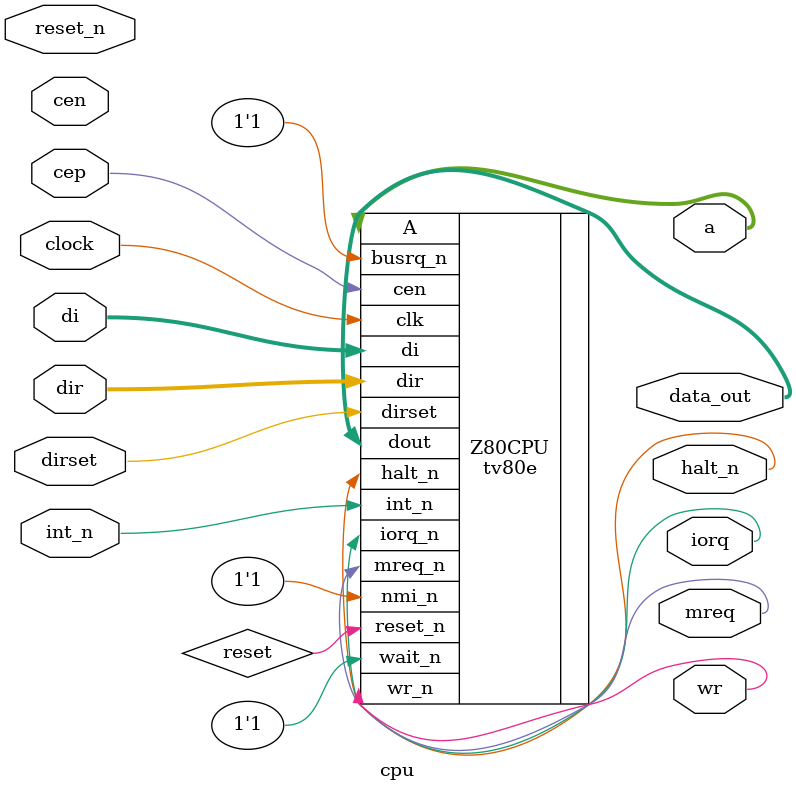
<source format=v>
module cpu
//-------------------------------------------------------------------------------------------------
(
	input  wire       reset_n,
	input  wire       clock,
	input  wire       cep,
	input  wire       cen,
	input  wire       int_n,
	output wire       halt_n,
	output wire       mreq,
	output wire       iorq,
	output wire       wr,
	input  wire[ 7:0] di,
	output wire[ 7:0] data_out,
	output wire[15:0] a,
	input wire [15:0] dir,
	input wire dirset 
);
/*
module tv80e (
  // Outputs
  m1_n, mreq_n, iorq_n, rd_n, wr_n, rfsh_n, halt_n, busak_n, A, dout,
  // Inputs
  reset_n, clk, cen, wait_n, int_n, nmi_n, busrq_n, di
  );

*/
tv80e Z80CPU
(
	.clk (clock),
	.cen (cep),
	.reset_n(reset),
	.busrq_n(1'b1 ),
	.wait_n(1'b1 ),
	.halt_n(halt_n ),
	.mreq_n(mreq ),
	.iorq_n(iorq ),
	.nmi_n(1'b1 ),
	.int_n(int_n),
	.wr_n(wr   ),
	.A      (a    ),
	.di(di   ),
	.dout(data_out),
	.dir (dir),
	.dirset (dirset)
);

/*
T80pa Cpu
(
	.CLK    (clock),
	.CEN_p  (cep  ),
	.CEN_n  (cen  ),
	.RESET_n(reset),
	.BUSRQ_n(1'b1 ),
	.WAIT_n (1'b1 ),
	.BUSAK_n(     ),
	.HALT_n (     ),
	.RFSH_n (     ),
	.MREQ_n (mreq ),
	.IORQ_n (iorq ),
	.NMI_n  (1'b1 ),
	.INT_n  (int_n),
	.M1_n   (     ),
	.RD_n   (     ),
	.WR_n   (wr   ),
	.A      (a    ),
	.DI     (di   ),
	.DO     (data_out),
	.OUT0   (1'b0 ),
	.REG    (     ),
	.DIRSet (1'b0 ),
	.DIR    (212'd0)
);
*/
//-------------------------------------------------------------------------------------------------
endmodule
//-------------------------------------------------------------------------------------------------

</source>
